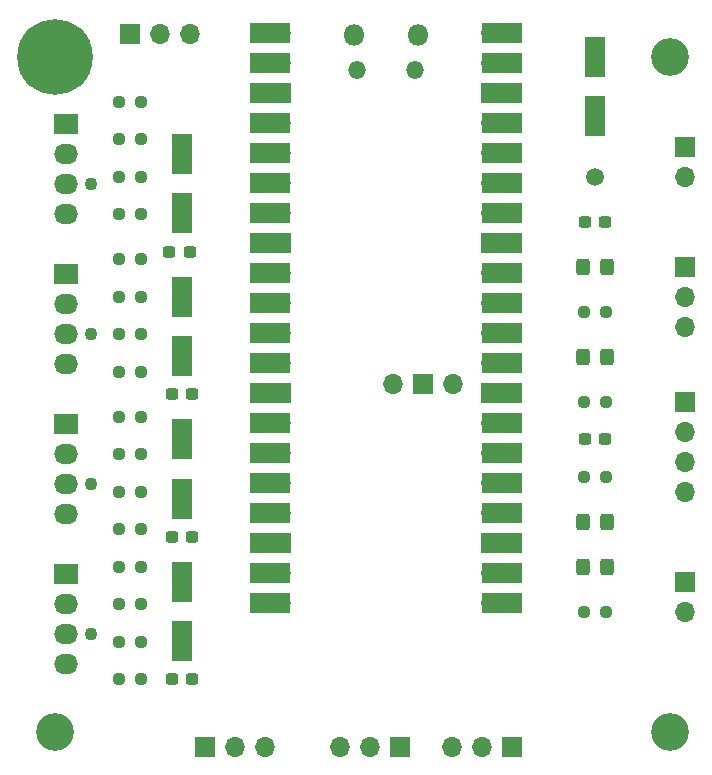
<source format=gts>
%TF.GenerationSoftware,KiCad,Pcbnew,(6.0.8)*%
%TF.CreationDate,2022-10-30T19:36:16+01:00*%
%TF.ProjectId,fan.picow,66616e2e-7069-4636-9f77-2e6b69636164,rev?*%
%TF.SameCoordinates,Original*%
%TF.FileFunction,Soldermask,Top*%
%TF.FilePolarity,Negative*%
%FSLAX46Y46*%
G04 Gerber Fmt 4.6, Leading zero omitted, Abs format (unit mm)*
G04 Created by KiCad (PCBNEW (6.0.8)) date 2022-10-30 19:36:16*
%MOMM*%
%LPD*%
G01*
G04 APERTURE LIST*
G04 Aperture macros list*
%AMRoundRect*
0 Rectangle with rounded corners*
0 $1 Rounding radius*
0 $2 $3 $4 $5 $6 $7 $8 $9 X,Y pos of 4 corners*
0 Add a 4 corners polygon primitive as box body*
4,1,4,$2,$3,$4,$5,$6,$7,$8,$9,$2,$3,0*
0 Add four circle primitives for the rounded corners*
1,1,$1+$1,$2,$3*
1,1,$1+$1,$4,$5*
1,1,$1+$1,$6,$7*
1,1,$1+$1,$8,$9*
0 Add four rect primitives between the rounded corners*
20,1,$1+$1,$2,$3,$4,$5,0*
20,1,$1+$1,$4,$5,$6,$7,0*
20,1,$1+$1,$6,$7,$8,$9,0*
20,1,$1+$1,$8,$9,$2,$3,0*%
G04 Aperture macros list end*
%ADD10RoundRect,0.250000X-0.325000X-0.450000X0.325000X-0.450000X0.325000X0.450000X-0.325000X0.450000X0*%
%ADD11R,1.800000X3.500000*%
%ADD12RoundRect,0.237500X-0.250000X-0.237500X0.250000X-0.237500X0.250000X0.237500X-0.250000X0.237500X0*%
%ADD13C,1.100000*%
%ADD14R,2.030000X1.730000*%
%ADD15O,2.030000X1.730000*%
%ADD16C,3.200000*%
%ADD17R,1.700000X1.700000*%
%ADD18O,1.700000X1.700000*%
%ADD19C,1.500000*%
%ADD20RoundRect,0.237500X0.300000X0.237500X-0.300000X0.237500X-0.300000X-0.237500X0.300000X-0.237500X0*%
%ADD21RoundRect,0.237500X0.250000X0.237500X-0.250000X0.237500X-0.250000X-0.237500X0.250000X-0.237500X0*%
%ADD22RoundRect,0.237500X-0.300000X-0.237500X0.300000X-0.237500X0.300000X0.237500X-0.300000X0.237500X0*%
%ADD23C,6.400000*%
%ADD24C,0.800000*%
%ADD25O,1.500000X1.500000*%
%ADD26O,1.800000X1.800000*%
%ADD27R,3.500000X1.700000*%
G04 APERTURE END LIST*
D10*
%TO.C,D7*%
X164075000Y-71120000D03*
X166125000Y-71120000D03*
%TD*%
D11*
%TO.C,D3*%
X130175000Y-78145000D03*
X130175000Y-83145000D03*
%TD*%
D12*
%TO.C,R3*%
X124817500Y-92075000D03*
X126642500Y-92075000D03*
%TD*%
D13*
%TO.C,J5*%
X122475000Y-69225000D03*
D14*
X120315000Y-64145000D03*
D15*
X120315000Y-66685000D03*
X120315000Y-69225000D03*
X120315000Y-71765000D03*
%TD*%
D10*
%TO.C,D8*%
X164075000Y-63500000D03*
X166125000Y-63500000D03*
%TD*%
D16*
%TO.C,H3*%
X171450000Y-102870000D03*
%TD*%
D11*
%TO.C,D6*%
X130175000Y-53975000D03*
X130175000Y-58975000D03*
%TD*%
D17*
%TO.C,JP1*%
X158115000Y-104140000D03*
D18*
X155575000Y-104140000D03*
X153035000Y-104140000D03*
%TD*%
D12*
%TO.C,R12*%
X124817500Y-49530000D03*
X126642500Y-49530000D03*
%TD*%
D10*
%TO.C,D4*%
X164075000Y-85090000D03*
X166125000Y-85090000D03*
%TD*%
D19*
%TO.C,TP2*%
X165100000Y-55880000D03*
%TD*%
D12*
%TO.C,R19*%
X124817500Y-85725000D03*
X126642500Y-85725000D03*
%TD*%
D20*
%TO.C,C3*%
X131037500Y-86360000D03*
X129312500Y-86360000D03*
%TD*%
D21*
%TO.C,R20*%
X126642500Y-98425000D03*
X124817500Y-98425000D03*
%TD*%
D13*
%TO.C,J4*%
X122475000Y-56525000D03*
D14*
X120315000Y-51445000D03*
D15*
X120315000Y-53985000D03*
X120315000Y-56525000D03*
X120315000Y-59065000D03*
%TD*%
D21*
%TO.C,R11*%
X126642500Y-69215000D03*
X124817500Y-69215000D03*
%TD*%
D12*
%TO.C,R13*%
X124817500Y-52705000D03*
X126642500Y-52705000D03*
%TD*%
D16*
%TO.C,H2*%
X119380000Y-102870000D03*
%TD*%
D20*
%TO.C,C2*%
X165962500Y-78105000D03*
X164237500Y-78105000D03*
%TD*%
D12*
%TO.C,R2*%
X124817500Y-88900000D03*
X126642500Y-88900000D03*
%TD*%
D11*
%TO.C,D2*%
X130175000Y-90170000D03*
X130175000Y-95170000D03*
%TD*%
D17*
%TO.C,J8*%
X132095000Y-104140000D03*
D18*
X134635000Y-104140000D03*
X137175000Y-104140000D03*
%TD*%
D21*
%TO.C,R4*%
X126642500Y-95250000D03*
X124817500Y-95250000D03*
%TD*%
D17*
%TO.C,J11*%
X172720000Y-90170000D03*
D18*
X172720000Y-92710000D03*
%TD*%
D12*
%TO.C,R8*%
X164187500Y-81280000D03*
X166012500Y-81280000D03*
%TD*%
D11*
%TO.C,D9*%
X165100000Y-45760000D03*
X165100000Y-50760000D03*
%TD*%
D12*
%TO.C,R10*%
X124817500Y-66040000D03*
X126642500Y-66040000D03*
%TD*%
D17*
%TO.C,J9*%
X148575000Y-104140000D03*
D18*
X146035000Y-104140000D03*
X143495000Y-104140000D03*
%TD*%
D17*
%TO.C,J7*%
X172720000Y-74940000D03*
D18*
X172720000Y-77480000D03*
X172720000Y-80020000D03*
X172720000Y-82560000D03*
%TD*%
D17*
%TO.C,J6*%
X125745000Y-43815000D03*
D18*
X128285000Y-43815000D03*
X130825000Y-43815000D03*
%TD*%
D22*
%TO.C,C6*%
X164237500Y-59690000D03*
X165962500Y-59690000D03*
%TD*%
D13*
%TO.C,J3*%
X122475000Y-81915000D03*
D14*
X120315000Y-76835000D03*
D15*
X120315000Y-79375000D03*
X120315000Y-81915000D03*
X120315000Y-84455000D03*
%TD*%
D20*
%TO.C,C5*%
X130810000Y-62230000D03*
X129085000Y-62230000D03*
%TD*%
D23*
%TO.C,H4*%
X119380000Y-45720000D03*
D24*
X121780000Y-45720000D03*
X121077056Y-47417056D03*
X117682944Y-44022944D03*
X116980000Y-45720000D03*
X121077056Y-44022944D03*
X119380000Y-48120000D03*
X119380000Y-43320000D03*
X117682944Y-47417056D03*
%TD*%
D16*
%TO.C,H1*%
X171450000Y-45720000D03*
%TD*%
D12*
%TO.C,R1*%
X164187500Y-92710000D03*
X166012500Y-92710000D03*
%TD*%
D21*
%TO.C,R14*%
X126642500Y-55880000D03*
X124817500Y-55880000D03*
%TD*%
D12*
%TO.C,R15*%
X164187500Y-74930000D03*
X166012500Y-74930000D03*
%TD*%
D11*
%TO.C,D5*%
X130175000Y-66040000D03*
X130175000Y-71040000D03*
%TD*%
D12*
%TO.C,R17*%
X124817500Y-59055000D03*
X126642500Y-59055000D03*
%TD*%
%TO.C,R9*%
X124817500Y-62865000D03*
X126642500Y-62865000D03*
%TD*%
D10*
%TO.C,D1*%
X164075000Y-88900000D03*
X166125000Y-88900000D03*
%TD*%
D12*
%TO.C,R18*%
X124817500Y-72390000D03*
X126642500Y-72390000D03*
%TD*%
%TO.C,R6*%
X124817500Y-79375000D03*
X126642500Y-79375000D03*
%TD*%
D17*
%TO.C,J10*%
X172720000Y-53340000D03*
D18*
X172720000Y-55880000D03*
%TD*%
D12*
%TO.C,R5*%
X124817500Y-76200000D03*
X126642500Y-76200000D03*
%TD*%
D25*
%TO.C,U1*%
X149846600Y-46898800D03*
D26*
X144696600Y-43868800D03*
X150146600Y-43868800D03*
D25*
X144996600Y-46898800D03*
D27*
X137631600Y-43738800D03*
D18*
X138531600Y-43738800D03*
D27*
X137631600Y-46278800D03*
D18*
X138531600Y-46278800D03*
D17*
X138531600Y-48818800D03*
D27*
X137631600Y-48818800D03*
X137631600Y-51358800D03*
D18*
X138531600Y-51358800D03*
D27*
X137631600Y-53898800D03*
D18*
X138531600Y-53898800D03*
X138531600Y-56438800D03*
D27*
X137631600Y-56438800D03*
X137631600Y-58978800D03*
D18*
X138531600Y-58978800D03*
D17*
X138531600Y-61518800D03*
D27*
X137631600Y-61518800D03*
D18*
X138531600Y-64058800D03*
D27*
X137631600Y-64058800D03*
X137631600Y-66598800D03*
D18*
X138531600Y-66598800D03*
X138531600Y-69138800D03*
D27*
X137631600Y-69138800D03*
D18*
X138531600Y-71678800D03*
D27*
X137631600Y-71678800D03*
X137631600Y-74218800D03*
D17*
X138531600Y-74218800D03*
D27*
X137631600Y-76758800D03*
D18*
X138531600Y-76758800D03*
X138531600Y-79298800D03*
D27*
X137631600Y-79298800D03*
X137631600Y-81838800D03*
D18*
X138531600Y-81838800D03*
D27*
X137631600Y-84378800D03*
D18*
X138531600Y-84378800D03*
D27*
X137631600Y-86918800D03*
D17*
X138531600Y-86918800D03*
D18*
X138531600Y-89458800D03*
D27*
X137631600Y-89458800D03*
D18*
X138531600Y-91998800D03*
D27*
X137631600Y-91998800D03*
X157211600Y-91998800D03*
D18*
X156311600Y-91998800D03*
X156311600Y-89458800D03*
D27*
X157211600Y-89458800D03*
D17*
X156311600Y-86918800D03*
D27*
X157211600Y-86918800D03*
D18*
X156311600Y-84378800D03*
D27*
X157211600Y-84378800D03*
X157211600Y-81838800D03*
D18*
X156311600Y-81838800D03*
X156311600Y-79298800D03*
D27*
X157211600Y-79298800D03*
D18*
X156311600Y-76758800D03*
D27*
X157211600Y-76758800D03*
D17*
X156311600Y-74218800D03*
D27*
X157211600Y-74218800D03*
D18*
X156311600Y-71678800D03*
D27*
X157211600Y-71678800D03*
X157211600Y-69138800D03*
D18*
X156311600Y-69138800D03*
D27*
X157211600Y-66598800D03*
D18*
X156311600Y-66598800D03*
D27*
X157211600Y-64058800D03*
D18*
X156311600Y-64058800D03*
D17*
X156311600Y-61518800D03*
D27*
X157211600Y-61518800D03*
D18*
X156311600Y-58978800D03*
D27*
X157211600Y-58978800D03*
X157211600Y-56438800D03*
D18*
X156311600Y-56438800D03*
D27*
X157211600Y-53898800D03*
D18*
X156311600Y-53898800D03*
D27*
X157211600Y-51358800D03*
D18*
X156311600Y-51358800D03*
D17*
X156311600Y-48818800D03*
D27*
X157211600Y-48818800D03*
X157211600Y-46278800D03*
D18*
X156311600Y-46278800D03*
X156311600Y-43738800D03*
D27*
X157211600Y-43738800D03*
D18*
X148005700Y-73468800D03*
D17*
X150545700Y-73468800D03*
D18*
X153085700Y-73468800D03*
%TD*%
D17*
%TO.C,J12*%
X172720000Y-63500000D03*
D18*
X172720000Y-66040000D03*
X172720000Y-68580000D03*
%TD*%
D21*
%TO.C,R7*%
X126642500Y-82550000D03*
X124817500Y-82550000D03*
%TD*%
D20*
%TO.C,C1*%
X131037500Y-98425000D03*
X129312500Y-98425000D03*
%TD*%
D13*
%TO.C,J2*%
X122475000Y-94625000D03*
D14*
X120315000Y-89545000D03*
D15*
X120315000Y-92085000D03*
X120315000Y-94625000D03*
X120315000Y-97165000D03*
%TD*%
D20*
%TO.C,C4*%
X131037500Y-74295000D03*
X129312500Y-74295000D03*
%TD*%
D12*
%TO.C,R16*%
X164187500Y-67310000D03*
X166012500Y-67310000D03*
%TD*%
M02*

</source>
